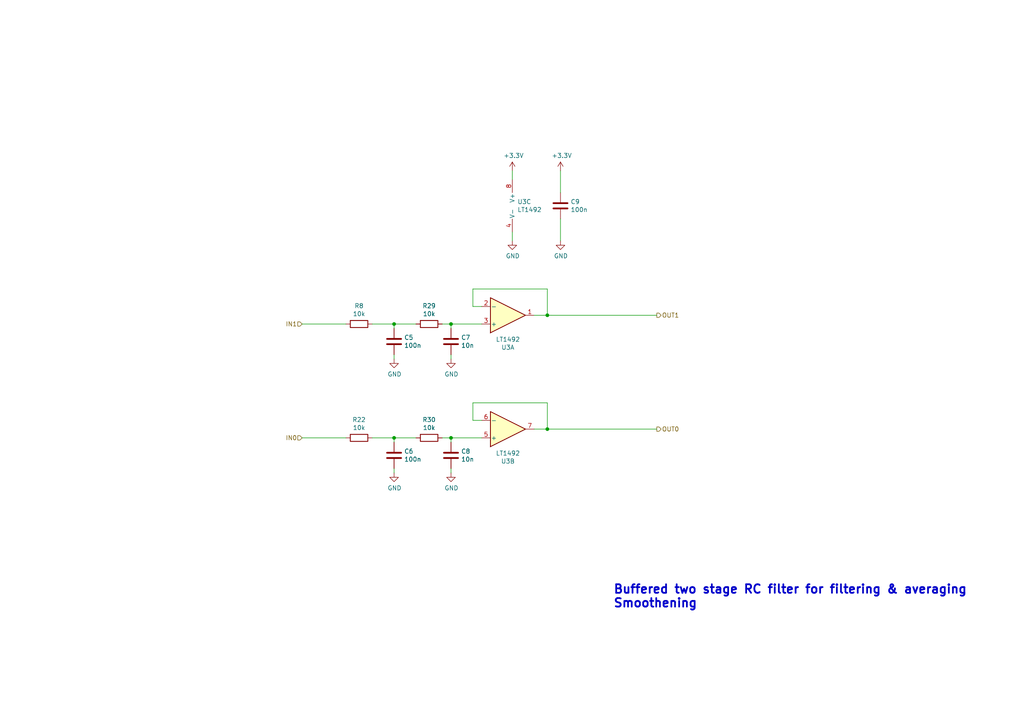
<source format=kicad_sch>
(kicad_sch (version 20230121) (generator eeschema)
  (paper "A4")
  (title_block (rev "2") (company "Jochen Steinmann"))
  (lib_symbols
    (symbol "Amplifier_Operational:LT1492" (pin_names (offset 0.127))
      (property "Reference" "U" (at 0 5.08 0))
      (property "Value" "LT1492" (at 0 -5.08 0))
      (symbol "LT1492_1_1"
        (polyline (pts (xy -5.08 5.08) (xy 5.08 0) (xy -5.08 -5.08) (xy -5.08 5.08)) (stroke (width 0.254)) (fill (type background)))
        (pin output line (at 7.62 0 180) (length 2.54) (name "~") (number "1"))
        (pin input line (at -7.62 -2.54 0) (length 2.54) (name "-") (number "2"))
        (pin input line (at -7.62 2.54 0) (length 2.54) (name "+") (number "3"))
      )
      (symbol "LT1492_2_1"
        (polyline (pts (xy -5.08 5.08) (xy 5.08 0) (xy -5.08 -5.08) (xy -5.08 5.08)) (stroke (width 0.254)) (fill (type background)))
        (pin input line (at -7.62 2.54 0) (length 2.54) (name "+") (number "5"))
        (pin input line (at -7.62 -2.54 0) (length 2.54) (name "-") (number "6"))
        (pin output line (at 7.62 0 180) (length 2.54) (name "~") (number "7"))
      )
      (symbol "LT1492_3_1"
        (pin power_in line (at -2.54 -7.62 90) (length 3.81) (name "V-") (number "4"))
        (pin power_in line (at -2.54 7.62 270) (length 3.81) (name "V+") (number "8"))
      )
    )
    (symbol "Device:C" (pin_numbers hide) (pin_names (offset 0.254))
      (property "Reference" "C" (at 0.635 2.54 0))
      (property "Value" "C" (at 0.635 -2.54 0))
      (symbol "C_0_1"
        (polyline (pts (xy -2.032 -0.762) (xy 2.032 -0.762)) (stroke (width 0.508)))
        (polyline (pts (xy -2.032 0.762) (xy 2.032 0.762)) (stroke (width 0.508)))
      )
      (symbol "C_1_1"
        (pin passive line (at 0 3.81 270) (length 2.794) (name "~") (number "1"))
        (pin passive line (at 0 -3.81 90) (length 2.794) (name "~") (number "2"))
      )
    )
    (symbol "Device:R" (pin_numbers hide) (pin_names (offset 0))
      (property "Reference" "R" (at 2.032 0 90))
      (property "Value" "R" (at 0 0 90))
      (symbol "R_0_1"
        (rectangle (start -1.016 -2.54) (end 1.016 2.54) (stroke (width 0.254)))
      )
      (symbol "R_1_1"
        (pin passive line (at 0 3.81 270) (length 1.27) (name "~") (number "1"))
        (pin passive line (at 0 -3.81 90) (length 1.27) (name "~") (number "2"))
      )
    )
    (symbol "power:+3.3V" (power) (pin_names (offset 0))
      (property "Value" "+3.3V" (at 0 3.556 0))
      (symbol "+3.3V_0_1"
        (polyline (pts (xy -0.762 1.27) (xy 0 2.54)))
        (polyline (pts (xy 0 0) (xy 0 2.54)))
        (polyline (pts (xy 0 2.54) (xy 0.762 1.27)))
      )
      (symbol "+3.3V_1_1"
        (pin power_in line (at 0 0 90) (length 0) hide (name "+3.3V") (number "1"))
      )
    )
    (symbol "power:GND" (power) (pin_names (offset 0))
      (property "Value" "GND" (at 0 -3.81 0))
      (symbol "GND_0_1"
        (polyline (pts (xy 0 0) (xy 0 -1.27) (xy 1.27 -1.27) (xy 0 -2.54) (xy -1.27 -1.27) (xy 0 -1.27)))
      )
      (symbol "GND_1_1"
        (pin power_in line (at 0 0 270) (length 0) hide (name "GND") (number "1"))
      )
    )
  )
  (junction (at 130.81 127))
  (junction (at 114.3 93.98))
  (junction (at 130.81 93.98))
  (junction (at 114.3 127))
  (junction (at 158.75 124.46))
  (junction (at 158.75 91.44))
  (wire (pts (xy 137.16 83.82) (xy 158.75 83.82)))
  (wire (pts (xy 128.27 127) (xy 130.81 127)))
  (wire (pts (xy 114.3 93.98) (xy 107.95 93.98)))
  (wire (pts (xy 137.16 116.84) (xy 137.16 121.92)))
  (wire (pts (xy 139.7 88.9) (xy 137.16 88.9)))
  (wire (pts (xy 128.27 93.98) (xy 130.81 93.98)))
  (wire (pts (xy 114.3 128.27) (xy 114.3 127)))
  (wire (pts (xy 114.3 127) (xy 107.95 127)))
  (wire (pts (xy 130.81 104.14) (xy 130.81 102.87)))
  (wire (pts (xy 162.56 49.53) (xy 162.56 55.88)))
  (wire (pts (xy 148.59 52.07) (xy 148.59 49.53)))
  (wire (pts (xy 130.81 93.98) (xy 130.81 95.25)))
  (wire (pts (xy 130.81 93.98) (xy 139.7 93.98)))
  (wire (pts (xy 158.75 124.46) (xy 190.5 124.46)))
  (wire (pts (xy 137.16 121.92) (xy 139.7 121.92)))
  (wire (pts (xy 114.3 95.25) (xy 114.3 93.98)))
  (wire (pts (xy 158.75 124.46) (xy 158.75 116.84)))
  (wire (pts (xy 158.75 83.82) (xy 158.75 91.44)))
  (wire (pts (xy 158.75 116.84) (xy 137.16 116.84)))
  (wire (pts (xy 100.33 127) (xy 87.63 127)))
  (wire (pts (xy 158.75 91.44) (xy 154.94 91.44)))
  (wire (pts (xy 120.65 93.98) (xy 114.3 93.98)))
  (wire (pts (xy 114.3 137.16) (xy 114.3 135.89)))
  (wire (pts (xy 130.81 127) (xy 130.81 128.27)))
  (wire (pts (xy 100.33 93.98) (xy 87.63 93.98)))
  (wire (pts (xy 114.3 104.14) (xy 114.3 102.87)))
  (wire (pts (xy 154.94 124.46) (xy 158.75 124.46)))
  (wire (pts (xy 130.81 137.16) (xy 130.81 135.89)))
  (wire (pts (xy 137.16 88.9) (xy 137.16 83.82)))
  (wire (pts (xy 162.56 63.5) (xy 162.56 69.85)))
  (wire (pts (xy 148.59 67.31) (xy 148.59 69.85)))
  (wire (pts (xy 120.65 127) (xy 114.3 127)))
  (wire (pts (xy 158.75 91.44) (xy 190.5 91.44)))
  (wire (pts (xy 130.81 127) (xy 139.7 127)))
  (text "Buffered two stage RC filter for filtering & averaging\nSmoothening" (at 177.8 176.53 0) (effects (font (size 2.4892 2.4892) (thickness 0.4978) bold) (justify left bottom)))
  (hierarchical_label "IN1" (shape input) (at 87.63 93.98 180))
  (hierarchical_label "OUT1" (shape output) (at 190.5 91.44 0))
  (hierarchical_label "OUT0" (shape output) (at 190.5 124.46 0))
  (hierarchical_label "IN0" (shape input) (at 87.63 127 180))
  (symbol (lib_id "Amplifier_Operational:LT1492") (at 147.32 91.44 0) (mirror x) (unit 1)
    (property "Reference" "U3" (at 147.32 100.7618 0))
    (property "Value" "LT1492" (at 147.32 98.4504 0))
    (property "Footprint" "Package_SO:SOIC-8_3.9x4.9mm_P1.27mm" (effects hide))
    (property "Datasheet" "https://www.analog.com/media/en/technical-documentation/data-sheets/14923f.pdf" (effects hide))
    (instances (project "OpenFlowMeter" (path "" (reference "U3") (unit 1)) (path "" (reference "U11") (unit 1))))
  )
  (symbol (lib_id "Amplifier_Operational:LT1492") (at 151.13 59.69 0) (unit 3)
    (property "Reference" "U3" (at 150.0632 58.5216 0) (effects (justify left)))
    (property "Value" "LT1492" (at 150.0632 60.833 0) (effects (justify left)))
    (property "Footprint" "Package_SO:SOIC-8_3.9x4.9mm_P1.27mm" (effects hide))
    (property "Datasheet" "https://www.analog.com/media/en/technical-documentation/data-sheets/14923f.pdf" (effects hide))
    (instances (project "OpenFlowMeter" (path "" (reference "U3") (unit 3)) (path "" (reference "U11") (unit 3))))
  )
  (symbol (lib_id "power:GND") (at 148.59 69.85 0) (unit 1)
    (property "Reference" "#PWR017" (effects hide))
    (property "Value" "GND" (at 148.717 74.2442 0))
    (instances (project "OpenFlowMeter" (path "" (reference "#PWR017") (unit 1)) (path "" (reference "#PWR095") (unit 1))))
  )
  (symbol (lib_id "Device:C") (at 162.56 59.69 0) (unit 1)
    (property "Reference" "C9" (at 165.481 58.5216 0) (effects (justify left)))
    (property "Value" "100n" (at 165.481 60.833 0) (effects (justify left)))
    (property "Footprint" "Capacitor_SMD:C_0603_1608Metric" (effects hide))
    (instances (project "OpenFlowMeter" (path "" (reference "C9") (unit 1)) (path "" (reference "C38") (unit 1))))
  )
  (symbol (lib_id "power:GND") (at 162.56 69.85 0) (unit 1)
    (property "Reference" "#PWR018" (effects hide))
    (property "Value" "GND" (at 162.687 74.2442 0))
    (instances (project "OpenFlowMeter" (path "" (reference "#PWR018") (unit 1)) (path "" (reference "#PWR097") (unit 1))))
  )
  (symbol (lib_id "Amplifier_Operational:LT1492") (at 147.32 124.46 0) (mirror x) (unit 2)
    (property "Reference" "U3" (at 147.32 133.7818 0))
    (property "Value" "LT1492" (at 147.32 131.4704 0))
    (property "Footprint" "Package_SO:SOIC-8_3.9x4.9mm_P1.27mm" (effects hide))
    (property "Datasheet" "https://www.analog.com/media/en/technical-documentation/data-sheets/14923f.pdf" (effects hide))
    (instances (project "OpenFlowMeter" (path "" (reference "U3") (unit 2)) (path "" (reference "U11") (unit 2))))
  )
  (symbol (lib_id "Device:R") (at 104.14 93.98 270) (unit 1)
    (property "Reference" "R8" (at 104.14 88.7222 90))
    (property "Value" "10k" (at 104.14 91.0336 90))
    (property "Footprint" "Resistor_SMD:R_0603_1608Metric" (effects hide))
    (instances (project "OpenFlowMeter" (path "" (reference "R8") (unit 1)) (path "" (reference "R62") (unit 1))))
  )
  (symbol (lib_id "Device:R") (at 124.46 93.98 270) (unit 1)
    (property "Reference" "R29" (at 124.46 88.7222 90))
    (property "Value" "10k" (at 124.46 91.0336 90))
    (property "Footprint" "Resistor_SMD:R_0603_1608Metric" (effects hide))
    (instances (project "OpenFlowMeter" (path "" (reference "R29") (unit 1)) (path "" (reference "R64") (unit 1))))
  )
  (symbol (lib_id "Device:C") (at 114.3 99.06 0) (unit 1)
    (property "Reference" "C5" (at 117.221 97.8916 0) (effects (justify left)))
    (property "Value" "100n" (at 117.221 100.203 0) (effects (justify left)))
    (property "Footprint" "Capacitor_SMD:C_0603_1608Metric" (effects hide))
    (instances (project "OpenFlowMeter" (path "" (reference "C5") (unit 1)) (path "" (reference "C34") (unit 1))))
  )
  (symbol (lib_id "Device:C") (at 130.81 99.06 0) (unit 1)
    (property "Reference" "C7" (at 133.731 97.8916 0) (effects (justify left)))
    (property "Value" "10n" (at 133.731 100.203 0) (effects (justify left)))
    (property "Footprint" "Capacitor_SMD:C_0603_1608Metric" (effects hide))
    (instances (project "OpenFlowMeter" (path "" (reference "C7") (unit 1)) (path "" (reference "C36") (unit 1))))
  )
  (symbol (lib_id "power:GND") (at 130.81 104.14 0) (unit 1)
    (property "Reference" "#PWR09" (effects hide))
    (property "Value" "GND" (at 130.937 108.5342 0))
    (instances (project "OpenFlowMeter" (path "" (reference "#PWR09") (unit 1)) (path "" (reference "#PWR092") (unit 1))))
  )
  (symbol (lib_id "power:GND") (at 114.3 104.14 0) (unit 1)
    (property "Reference" "#PWR01" (effects hide))
    (property "Value" "GND" (at 114.427 108.5342 0))
    (instances (project "OpenFlowMeter" (path "" (reference "#PWR01") (unit 1)) (path "" (reference "#PWR090") (unit 1))))
  )
  (symbol (lib_id "Device:R") (at 104.14 127 270) (unit 1)
    (property "Reference" "R22" (at 104.14 121.7422 90))
    (property "Value" "10k" (at 104.14 124.0536 90))
    (property "Footprint" "Resistor_SMD:R_0603_1608Metric" (effects hide))
    (instances (project "OpenFlowMeter" (path "" (reference "R22") (unit 1)) (path "" (reference "R63") (unit 1))))
  )
  (symbol (lib_id "Device:R") (at 124.46 127 270) (unit 1)
    (property "Reference" "R30" (at 124.46 121.7422 90))
    (property "Value" "10k" (at 124.46 124.0536 90))
    (property "Footprint" "Resistor_SMD:R_0603_1608Metric" (effects hide))
    (instances (project "OpenFlowMeter" (path "" (reference "R30") (unit 1)) (path "" (reference "R65") (unit 1))))
  )
  (symbol (lib_id "Device:C") (at 114.3 132.08 0) (unit 1)
    (property "Reference" "C6" (at 117.221 130.9116 0) (effects (justify left)))
    (property "Value" "100n" (at 117.221 133.223 0) (effects (justify left)))
    (property "Footprint" "Capacitor_SMD:C_0603_1608Metric" (effects hide))
    (instances (project "OpenFlowMeter" (path "" (reference "C6") (unit 1)) (path "" (reference "C35") (unit 1))))
  )
  (symbol (lib_id "Device:C") (at 130.81 132.08 0) (unit 1)
    (property "Reference" "C8" (at 133.731 130.9116 0) (effects (justify left)))
    (property "Value" "10n" (at 133.731 133.223 0) (effects (justify left)))
    (property "Footprint" "Capacitor_SMD:C_0603_1608Metric" (effects hide))
    (instances (project "OpenFlowMeter" (path "" (reference "C8") (unit 1)) (path "" (reference "C37") (unit 1))))
  )
  (symbol (lib_id "power:GND") (at 130.81 137.16 0) (unit 1)
    (property "Reference" "#PWR010" (effects hide))
    (property "Value" "GND" (at 130.937 141.5542 0))
    (instances (project "OpenFlowMeter" (path "" (reference "#PWR010") (unit 1)) (path "" (reference "#PWR093") (unit 1))))
  )
  (symbol (lib_id "power:GND") (at 114.3 137.16 0) (unit 1)
    (property "Reference" "#PWR08" (effects hide))
    (property "Value" "GND" (at 114.427 141.5542 0))
    (instances (project "OpenFlowMeter" (path "" (reference "#PWR08") (unit 1)) (path "" (reference "#PWR091") (unit 1))))
  )
  (symbol (lib_id "power:+3.3V") (at 148.59 49.53 0) (unit 1)
    (property "Reference" "#PWR019" (effects hide))
    (property "Value" "+3.3V" (at 148.971 45.1358 0))
    (instances (project "OpenFlowMeter" (path "" (reference "#PWR019") (unit 1)) (path "" (reference "#PWR094") (unit 1))))
  )
  (symbol (lib_id "power:+3.3V") (at 162.56 49.53 0) (unit 1)
    (property "Reference" "#PWR020" (effects hide))
    (property "Value" "+3.3V" (at 162.941 45.1358 0))
    (instances (project "OpenFlowMeter" (path "" (reference "#PWR020") (unit 1)) (path "" (reference "#PWR096") (unit 1))))
  )
)
</source>
